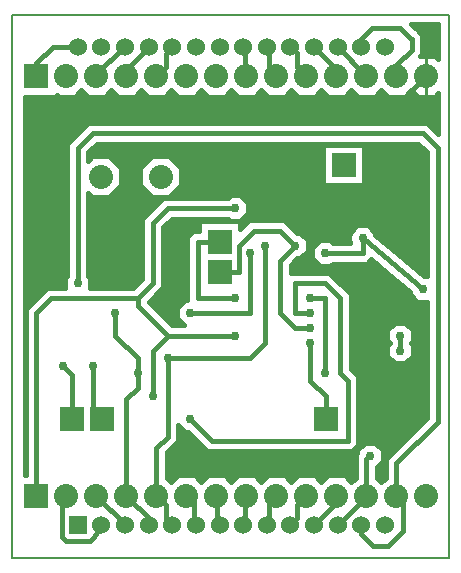
<source format=gbr>
G04 PROTEUS RS274X GERBER FILE*
%FSLAX45Y45*%
%MOMM*%
G01*
%ADD10C,0.381000*%
%ADD11C,0.762000*%
%ADD12C,0.254000*%
%ADD13R,1.524000X1.524000*%
%ADD14C,1.524000*%
%ADD19C,2.032000*%
%ADD20R,2.032000X2.032000*%
%ADD23C,0.203200*%
G36*
X+3605772Y-376306D02*
X+3578789Y-349323D01*
X+3452943Y-349323D01*
X+3470853Y-331413D01*
X+3470853Y-167120D01*
X+3418777Y-115044D01*
X+3414037Y-115044D01*
X+3379003Y-80010D01*
X+3605772Y-80010D01*
X+3605772Y-376306D01*
G37*
G36*
X+3436755Y-692221D02*
X+3578789Y-692221D01*
X+3605772Y-665238D01*
X+3605772Y-1006050D01*
X+3511595Y-911873D01*
X+643949Y-911873D01*
X+464873Y-1090949D01*
X+464873Y-2207008D01*
X+445823Y-2226058D01*
X+445823Y-2308873D01*
X+295949Y-2308873D01*
X+116873Y-2487949D01*
X+116873Y-3899323D01*
X+105772Y-3899323D01*
X+105772Y-692221D01*
X+377221Y-692221D01*
X+377221Y-680687D01*
X+388755Y-692221D01*
X+530789Y-692221D01*
X+586772Y-636238D01*
X+642755Y-692221D01*
X+784789Y-692221D01*
X+840772Y-636238D01*
X+896755Y-692221D01*
X+1038789Y-692221D01*
X+1094772Y-636238D01*
X+1150755Y-692221D01*
X+1292789Y-692221D01*
X+1348772Y-636238D01*
X+1404755Y-692221D01*
X+1546789Y-692221D01*
X+1602772Y-636238D01*
X+1658755Y-692221D01*
X+1800789Y-692221D01*
X+1856772Y-636238D01*
X+1912755Y-692221D01*
X+2054789Y-692221D01*
X+2110772Y-636238D01*
X+2166755Y-692221D01*
X+2308789Y-692221D01*
X+2364772Y-636238D01*
X+2420755Y-692221D01*
X+2562789Y-692221D01*
X+2618772Y-636238D01*
X+2674755Y-692221D01*
X+2816789Y-692221D01*
X+2872772Y-636238D01*
X+2928755Y-692221D01*
X+3070789Y-692221D01*
X+3126772Y-636238D01*
X+3182755Y-692221D01*
X+3324789Y-692221D01*
X+3380772Y-636238D01*
X+3436755Y-692221D01*
G37*
%LPC*%
G36*
X+2442990Y-908872D02*
X+2474554Y-908872D01*
X+2496872Y-886554D01*
X+2496872Y-854990D01*
X+2474554Y-832672D01*
X+2442990Y-832672D01*
X+2420672Y-854990D01*
X+2420672Y-886554D01*
X+2442990Y-908872D01*
G37*
%LPD*%
G36*
X+3512873Y-1164595D02*
X+3512873Y-2212823D01*
X+3488947Y-2212823D01*
X+3267940Y-2026928D01*
X+3074721Y-1861697D01*
X+3074721Y-1845058D01*
X+3011486Y-1781823D01*
X+2922058Y-1781823D01*
X+2858823Y-1845058D01*
X+2858823Y-1854941D01*
X+2855554Y-1851672D01*
X+2823990Y-1851672D01*
X+2801672Y-1873990D01*
X+2801672Y-1905554D01*
X+2823990Y-1927872D01*
X+2855554Y-1927872D01*
X+2858823Y-1924603D01*
X+2858823Y-1927873D01*
X+2713036Y-1927873D01*
X+2693986Y-1908823D01*
X+2604558Y-1908823D01*
X+2541323Y-1972058D01*
X+2541323Y-2061486D01*
X+2604558Y-2124721D01*
X+2693986Y-2124721D01*
X+2713036Y-2105671D01*
X+3003595Y-2105671D01*
X+3038929Y-2070337D01*
X+3173604Y-2183616D01*
X+3366823Y-2348847D01*
X+3366823Y-2365486D01*
X+3430058Y-2428721D01*
X+3512873Y-2428721D01*
X+3512873Y-3409949D01*
X+3164873Y-3757949D01*
X+3164873Y-3917205D01*
X+3126772Y-3955306D01*
X+3088671Y-3917205D01*
X+3088671Y-3825536D01*
X+3138221Y-3775986D01*
X+3138221Y-3686558D01*
X+3074986Y-3623323D01*
X+2985558Y-3623323D01*
X+2922323Y-3686558D01*
X+2922323Y-3713499D01*
X+2910873Y-3724949D01*
X+2910873Y-3917205D01*
X+2872772Y-3955306D01*
X+2816789Y-3899323D01*
X+2674755Y-3899323D01*
X+2618772Y-3955306D01*
X+2562789Y-3899323D01*
X+2420755Y-3899323D01*
X+2364772Y-3955306D01*
X+2308789Y-3899323D01*
X+2166755Y-3899323D01*
X+2110772Y-3955306D01*
X+2054789Y-3899323D01*
X+1912755Y-3899323D01*
X+1856772Y-3955306D01*
X+1800789Y-3899323D01*
X+1658755Y-3899323D01*
X+1602772Y-3955306D01*
X+1546789Y-3899323D01*
X+1404755Y-3899323D01*
X+1348772Y-3955306D01*
X+1310671Y-3917205D01*
X+1310671Y-3704595D01*
X+1404671Y-3610595D01*
X+1404671Y-3471834D01*
X+1461558Y-3528721D01*
X+1488499Y-3528721D01*
X+1652949Y-3693171D01*
X+2876595Y-3693171D01*
X+2928671Y-3641095D01*
X+2928671Y-3059449D01*
X+2865171Y-2995949D01*
X+2865171Y-2360949D01*
X+2686095Y-2181873D01*
X+2358449Y-2181873D01*
X+2357171Y-2183151D01*
X+2357171Y-2117095D01*
X+2413045Y-2061221D01*
X+2439986Y-2061221D01*
X+2503221Y-1997986D01*
X+2503221Y-1908558D01*
X+2439986Y-1845323D01*
X+2413045Y-1845323D01*
X+2305095Y-1737373D01*
X+2006949Y-1737373D01*
X+1927221Y-1817101D01*
X+1927221Y-1749323D01*
X+1584323Y-1749323D01*
X+1584323Y-1831873D01*
X+1532949Y-1831873D01*
X+1480873Y-1883949D01*
X+1480873Y-2416823D01*
X+1461558Y-2416823D01*
X+1398323Y-2480058D01*
X+1398323Y-2569486D01*
X+1455210Y-2626373D01*
X+1352595Y-2626373D01*
X+1155744Y-2429522D01*
X+1277671Y-2307595D01*
X+1277671Y-1799595D01*
X+1352595Y-1724671D01*
X+1823508Y-1724671D01*
X+1842558Y-1743721D01*
X+1931986Y-1743721D01*
X+1995221Y-1680486D01*
X+1995221Y-1591058D01*
X+1931986Y-1527823D01*
X+1842558Y-1527823D01*
X+1823508Y-1546873D01*
X+1278949Y-1546873D01*
X+1099873Y-1725949D01*
X+1099873Y-2233949D01*
X+1024949Y-2308873D01*
X+661721Y-2308873D01*
X+661721Y-2226058D01*
X+642671Y-2207008D01*
X+642671Y-1508137D01*
X+676755Y-1542221D01*
X+818789Y-1542221D01*
X+919221Y-1441789D01*
X+919221Y-1299755D01*
X+818789Y-1199323D01*
X+676755Y-1199323D01*
X+642671Y-1233407D01*
X+642671Y-1164595D01*
X+717595Y-1089671D01*
X+3437949Y-1089671D01*
X+3512873Y-1164595D01*
G37*
%LPC*%
G36*
X+1184755Y-1542221D02*
X+1326789Y-1542221D01*
X+1427221Y-1441789D01*
X+1427221Y-1299755D01*
X+1326789Y-1199323D01*
X+1184755Y-1199323D01*
X+1084323Y-1299755D01*
X+1084323Y-1441789D01*
X+1184755Y-1542221D01*
G37*
G36*
X+2634323Y-1442221D02*
X+2977221Y-1442221D01*
X+2977221Y-1099323D01*
X+2634323Y-1099323D01*
X+2634323Y-1442221D01*
G37*
G36*
X+3392221Y-2670558D02*
X+3392221Y-2759986D01*
X+3373435Y-2778772D01*
X+3392221Y-2797558D01*
X+3392221Y-2886986D01*
X+3328986Y-2950221D01*
X+3239558Y-2950221D01*
X+3176323Y-2886986D01*
X+3176323Y-2797558D01*
X+3195109Y-2778772D01*
X+3176323Y-2759986D01*
X+3176323Y-2670558D01*
X+3239558Y-2607323D01*
X+3328986Y-2607323D01*
X+3392221Y-2670558D01*
G37*
G36*
X+3089990Y-3108872D02*
X+3121554Y-3108872D01*
X+3143872Y-3086554D01*
X+3143872Y-3054990D01*
X+3121554Y-3032672D01*
X+3089990Y-3032672D01*
X+3067672Y-3054990D01*
X+3067672Y-3086554D01*
X+3089990Y-3108872D01*
G37*
G36*
X+1109490Y-1165872D02*
X+1141054Y-1165872D01*
X+1163372Y-1143554D01*
X+1163372Y-1111990D01*
X+1141054Y-1089672D01*
X+1109490Y-1089672D01*
X+1087172Y-1111990D01*
X+1087172Y-1143554D01*
X+1109490Y-1165872D01*
G37*
G36*
X+982490Y-2181872D02*
X+1014054Y-2181872D01*
X+1036372Y-2159554D01*
X+1036372Y-2127990D01*
X+1014054Y-2105672D01*
X+982490Y-2105672D01*
X+960172Y-2127990D01*
X+960172Y-2159554D01*
X+982490Y-2181872D01*
G37*
G36*
X+2506490Y-2181872D02*
X+2538054Y-2181872D01*
X+2560372Y-2159554D01*
X+2560372Y-2127990D01*
X+2538054Y-2105672D01*
X+2506490Y-2105672D01*
X+2484172Y-2127990D01*
X+2484172Y-2159554D01*
X+2506490Y-2181872D01*
G37*
G36*
X+2569990Y-1546872D02*
X+2601554Y-1546872D01*
X+2623872Y-1524554D01*
X+2623872Y-1492990D01*
X+2601554Y-1470672D01*
X+2569990Y-1470672D01*
X+2547672Y-1492990D01*
X+2547672Y-1524554D01*
X+2569990Y-1546872D01*
G37*
%LPD*%
D10*
X+2014272Y-2016772D02*
X+2014272Y-2524772D01*
X+1506272Y-2524772D01*
X+1506272Y-3420772D02*
X+1689772Y-3604272D01*
X+2839772Y-3604272D01*
X+2839772Y-3096272D01*
X+2776272Y-3032772D01*
X+2776272Y-2397772D01*
X+2649272Y-2270772D01*
X+2395272Y-2270772D01*
X+2395272Y-2524772D01*
X+2522272Y-2524772D01*
X+759772Y-3420772D02*
X+680772Y-3341772D01*
X+680772Y-2969272D01*
X+505772Y-3420772D02*
X+505772Y-3048272D01*
X+426772Y-2969272D01*
X+2522272Y-2397772D02*
X+2649272Y-2397772D01*
X+2649272Y-3032772D01*
X+1755772Y-2174772D02*
X+1916772Y-2174772D01*
X+1916772Y-1953272D01*
X+2043772Y-1826272D01*
X+2268272Y-1826272D01*
X+2395272Y-1953272D01*
X+2268272Y-2080272D01*
X+2268272Y-2524772D01*
X+2395272Y-2651772D01*
X+2522272Y-2651772D01*
X+1755772Y-1920772D02*
X+1569772Y-1920772D01*
X+1569772Y-2397772D01*
X+1887272Y-2397772D01*
X+2522272Y-2778772D02*
X+2522272Y-3096272D01*
X+2655772Y-3229772D01*
X+2655772Y-3420772D01*
X+2649272Y-2016772D02*
X+2966772Y-2016772D01*
X+2966772Y-1889772D01*
X+205772Y-4070772D02*
X+205772Y-2524772D01*
X+332772Y-2397772D01*
X+1061772Y-2397772D01*
X+1315772Y-2715272D02*
X+1188772Y-2842272D01*
X+1188772Y-3223272D01*
X+1061772Y-2397772D02*
X+1061772Y-2461272D01*
X+1315772Y-2715272D01*
X+1887272Y-2715272D01*
X+1887272Y-1635772D02*
X+1315772Y-1635772D01*
X+1188772Y-1762772D01*
X+1188772Y-2270772D01*
X+1061772Y-2397772D01*
X+2155772Y-4320772D02*
X+2174822Y-4301722D01*
X+2174822Y-4133722D01*
X+2237772Y-4070772D01*
X+2355772Y-4320772D02*
X+2412922Y-4263622D01*
X+2412922Y-4149622D01*
X+2491772Y-4070772D01*
X+2555772Y-4320772D02*
X+2745772Y-4130772D01*
X+2745772Y-4070772D01*
X+2355772Y-270772D02*
X+2409222Y-324222D01*
X+2409222Y-438222D01*
X+2491772Y-520772D01*
X+2155772Y-270772D02*
X+2174822Y-289822D01*
X+2174822Y-457822D01*
X+2237772Y-520772D01*
X+1955772Y-270772D02*
X+1974822Y-289822D01*
X+1974822Y-511822D01*
X+1983772Y-520772D01*
X+967772Y-4070772D02*
X+967772Y-3253772D01*
X+1061772Y-3159772D01*
X+1061772Y-3032772D02*
X+1061772Y-3159772D01*
X+1061772Y-2905772D02*
X+1061772Y-3032772D01*
X+967772Y-4070772D02*
X+1165411Y-4268411D01*
X+1165411Y-4285250D01*
X+1155772Y-4320772D01*
X+871272Y-2524772D02*
X+871272Y-2715272D01*
X+1061772Y-2905772D01*
X+1221772Y-4070772D02*
X+1221772Y-3667772D01*
X+1315772Y-3573772D01*
X+1315772Y-2905772D01*
X+2014272Y-2905772D01*
X+2141272Y-2778772D01*
X+2141272Y-1953272D01*
X+1221772Y-4070772D02*
X+1304322Y-4153322D01*
X+1304322Y-4269322D01*
X+1355772Y-4320772D01*
X+3284272Y-2715272D02*
X+3284272Y-2842272D01*
X+2755772Y-270772D02*
X+2999772Y-514772D01*
X+2999772Y-520772D01*
X+955772Y-4320772D02*
X+955772Y-4312772D01*
X+713772Y-4070772D01*
X+2585772Y-1508772D02*
X+2204772Y-1127772D01*
X+1125272Y-1127772D01*
X+2839772Y-1889772D02*
X+2839772Y-1762772D01*
X+2585772Y-1508772D01*
X+2522272Y-2143772D02*
X+2522272Y-1889772D01*
X+2839772Y-1889772D01*
X+998272Y-2143772D02*
X+998272Y-1254772D01*
X+1125272Y-1127772D01*
X+1955772Y-4320772D02*
X+1974822Y-4301722D01*
X+1974822Y-4079722D01*
X+1983772Y-4070772D01*
X+1555772Y-4320772D02*
X+1536722Y-4301722D01*
X+1536722Y-4131722D01*
X+1475772Y-4070772D01*
X+1755772Y-4320772D02*
X+1736722Y-4301722D01*
X+1736722Y-4077722D01*
X+1729772Y-4070772D01*
X+3253772Y-4070772D02*
X+3253772Y-3794772D01*
X+3601772Y-3446772D01*
X+3601772Y-1127772D01*
X+3474772Y-1000772D01*
X+680772Y-1000772D01*
X+553772Y-1127772D01*
X+553772Y-2270772D01*
X+2999772Y-4070772D02*
X+2999772Y-3761772D01*
X+3030272Y-3731272D01*
X+2999772Y-4070772D02*
X+2986057Y-4098408D01*
X+2978136Y-4098408D01*
X+2755772Y-4320772D01*
X+1221772Y-520772D02*
X+1298622Y-443922D01*
X+1298622Y-327922D01*
X+1355772Y-270772D01*
X+2555772Y-270772D02*
X+2745772Y-460772D01*
X+2745772Y-520772D01*
X+955772Y-270772D02*
X+944292Y-270772D01*
X+713772Y-501292D01*
X+713772Y-520772D01*
X+1155772Y-270772D02*
X+968521Y-458023D01*
X+968521Y-551455D01*
X+967772Y-520772D01*
X+2522272Y-2143772D02*
X+2776272Y-2143772D01*
X+2903272Y-2270772D01*
X+2903272Y-2842272D01*
X+3030272Y-2969272D01*
X+3105772Y-3070772D01*
X+3474772Y-2320772D02*
X+2966772Y-1889772D01*
X+3507772Y-520772D02*
X+3157772Y-870772D01*
X+2458772Y-870772D01*
X+2955772Y-270772D02*
X+2955772Y-203633D01*
X+2961780Y-197625D01*
X+3048657Y-110748D01*
X+3284019Y-110748D01*
X+3377214Y-203943D01*
X+3381954Y-203943D01*
X+3381954Y-294590D01*
X+3257372Y-419172D01*
X+3253772Y-520772D01*
X+205772Y-520772D02*
X+205772Y-411508D01*
X+345899Y-271381D01*
X+555163Y-271381D01*
X+555772Y-270772D01*
X+2955772Y-4320772D02*
X+2955772Y-4393272D01*
X+3055772Y-4493272D01*
X+3183923Y-4493272D01*
X+3253772Y-4070772D02*
X+3310923Y-4127923D01*
X+3310923Y-4366272D01*
X+3183923Y-4493272D01*
X+755772Y-4320772D02*
X+689122Y-4420644D01*
X+655644Y-4454122D01*
X+455900Y-4454122D01*
X+422422Y-4420644D01*
X+422422Y-4108122D01*
X+459772Y-4070772D01*
D11*
X+1506272Y-2524772D03*
X+2014272Y-2016772D03*
X+2522272Y-2524772D03*
X+680772Y-2969272D03*
X+1506272Y-3420772D03*
X+426772Y-2969272D03*
X+2649272Y-3032772D03*
X+2522272Y-2397772D03*
X+2522272Y-2651772D03*
X+2395272Y-1953272D03*
X+1887272Y-2397772D03*
X+2522272Y-2778772D03*
X+2649272Y-2016772D03*
X+1188772Y-3223272D03*
X+1887272Y-2715272D03*
X+1887272Y-1635772D03*
X+1061772Y-3032772D03*
X+871272Y-2524772D03*
X+2141272Y-1953272D03*
X+1315772Y-2905772D03*
X+3284272Y-2842272D03*
X+3284272Y-2715272D03*
X+3105772Y-3070772D03*
X+1125272Y-1127772D03*
X+998272Y-2143772D03*
X+2839772Y-1889772D03*
X+553772Y-2270772D03*
X+3030272Y-3731272D03*
X+2522272Y-2143772D03*
X+3474772Y-2320772D03*
X+2966772Y-1889772D03*
X+2458772Y-870772D03*
X+2585772Y-1508772D03*
D10*
X+3605772Y-376306D02*
X+3578789Y-349323D01*
X+3452943Y-349323D01*
X+3470853Y-331413D01*
X+3470853Y-167120D01*
X+3418777Y-115044D01*
X+3414037Y-115044D01*
X+3379003Y-80010D01*
X+3605772Y-80010D01*
X+3605772Y-376306D01*
X+3436755Y-692221D02*
X+3578789Y-692221D01*
X+3605772Y-665238D01*
X+3605772Y-1006050D01*
X+3511595Y-911873D01*
X+643949Y-911873D01*
X+464873Y-1090949D01*
X+464873Y-2207008D01*
X+445823Y-2226058D01*
X+445823Y-2308873D01*
X+295949Y-2308873D01*
X+116873Y-2487949D01*
X+116873Y-3899323D01*
X+105772Y-3899323D01*
X+105772Y-692221D01*
X+377221Y-692221D01*
X+377221Y-680687D01*
X+388755Y-692221D01*
X+530789Y-692221D01*
X+586772Y-636238D01*
X+642755Y-692221D01*
X+784789Y-692221D01*
X+840772Y-636238D01*
X+896755Y-692221D01*
X+1038789Y-692221D01*
X+1094772Y-636238D01*
X+1150755Y-692221D01*
X+1292789Y-692221D01*
X+1348772Y-636238D01*
X+1404755Y-692221D01*
X+1546789Y-692221D01*
X+1602772Y-636238D01*
X+1658755Y-692221D01*
X+1800789Y-692221D01*
X+1856772Y-636238D01*
X+1912755Y-692221D01*
X+2054789Y-692221D01*
X+2110772Y-636238D01*
X+2166755Y-692221D01*
X+2308789Y-692221D01*
X+2364772Y-636238D01*
X+2420755Y-692221D01*
X+2562789Y-692221D01*
X+2618772Y-636238D01*
X+2674755Y-692221D01*
X+2816789Y-692221D01*
X+2872772Y-636238D01*
X+2928755Y-692221D01*
X+3070789Y-692221D01*
X+3126772Y-636238D01*
X+3182755Y-692221D01*
X+3324789Y-692221D01*
X+3380772Y-636238D01*
X+3436755Y-692221D01*
X+2442990Y-908872D02*
X+2474554Y-908872D01*
X+2496872Y-886554D01*
X+2496872Y-854990D01*
X+2474554Y-832672D01*
X+2442990Y-832672D01*
X+2420672Y-854990D01*
X+2420672Y-886554D01*
X+2442990Y-908872D01*
X+3512873Y-1164595D02*
X+3512873Y-2212823D01*
X+3488947Y-2212823D01*
X+3267940Y-2026928D01*
X+3074721Y-1861697D01*
X+3074721Y-1845058D01*
X+3011486Y-1781823D01*
X+2922058Y-1781823D01*
X+2858823Y-1845058D01*
X+2858823Y-1854941D01*
X+2855554Y-1851672D01*
X+2823990Y-1851672D01*
X+2801672Y-1873990D01*
X+2801672Y-1905554D01*
X+2823990Y-1927872D01*
X+2855554Y-1927872D01*
X+2858823Y-1924603D01*
X+2858823Y-1927873D01*
X+2713036Y-1927873D01*
X+2693986Y-1908823D01*
X+2604558Y-1908823D01*
X+2541323Y-1972058D01*
X+2541323Y-2061486D01*
X+2604558Y-2124721D01*
X+2693986Y-2124721D01*
X+2713036Y-2105671D01*
X+3003595Y-2105671D01*
X+3038929Y-2070337D01*
X+3173604Y-2183616D01*
X+3366823Y-2348847D01*
X+3366823Y-2365486D01*
X+3430058Y-2428721D01*
X+3512873Y-2428721D01*
X+3512873Y-3409949D01*
X+3164873Y-3757949D01*
X+3164873Y-3917205D01*
X+3126772Y-3955306D01*
X+3088671Y-3917205D01*
X+3088671Y-3825536D01*
X+3138221Y-3775986D01*
X+3138221Y-3686558D01*
X+3074986Y-3623323D01*
X+2985558Y-3623323D01*
X+2922323Y-3686558D01*
X+2922323Y-3713499D01*
X+2910873Y-3724949D01*
X+2910873Y-3917205D01*
X+2872772Y-3955306D01*
X+2816789Y-3899323D01*
X+2674755Y-3899323D01*
X+2618772Y-3955306D01*
X+2562789Y-3899323D01*
X+2420755Y-3899323D01*
X+2364772Y-3955306D01*
X+2308789Y-3899323D01*
X+2166755Y-3899323D01*
X+2110772Y-3955306D01*
X+2054789Y-3899323D01*
X+1912755Y-3899323D01*
X+1856772Y-3955306D01*
X+1800789Y-3899323D01*
X+1658755Y-3899323D01*
X+1602772Y-3955306D01*
X+1546789Y-3899323D01*
X+1404755Y-3899323D01*
X+1348772Y-3955306D01*
X+1310671Y-3917205D01*
X+1310671Y-3704595D01*
X+1404671Y-3610595D01*
X+1404671Y-3471834D01*
X+1461558Y-3528721D01*
X+1488499Y-3528721D01*
X+1652949Y-3693171D01*
X+2876595Y-3693171D01*
X+2928671Y-3641095D01*
X+2928671Y-3059449D01*
X+2865171Y-2995949D01*
X+2865171Y-2360949D01*
X+2686095Y-2181873D01*
X+2358449Y-2181873D01*
X+2357171Y-2183151D01*
X+2357171Y-2117095D01*
X+2413045Y-2061221D01*
X+2439986Y-2061221D01*
X+2503221Y-1997986D01*
X+2503221Y-1908558D01*
X+2439986Y-1845323D01*
X+2413045Y-1845323D01*
X+2305095Y-1737373D01*
X+2006949Y-1737373D01*
X+1927221Y-1817101D01*
X+1927221Y-1749323D01*
X+1584323Y-1749323D01*
X+1584323Y-1831873D01*
X+1532949Y-1831873D01*
X+1480873Y-1883949D01*
X+1480873Y-2416823D01*
X+1461558Y-2416823D01*
X+1398323Y-2480058D01*
X+1398323Y-2569486D01*
X+1455210Y-2626373D01*
X+1352595Y-2626373D01*
X+1155744Y-2429522D01*
X+1277671Y-2307595D01*
X+1277671Y-1799595D01*
X+1352595Y-1724671D01*
X+1823508Y-1724671D01*
X+1842558Y-1743721D01*
X+1931986Y-1743721D01*
X+1995221Y-1680486D01*
X+1995221Y-1591058D01*
X+1931986Y-1527823D01*
X+1842558Y-1527823D01*
X+1823508Y-1546873D01*
X+1278949Y-1546873D01*
X+1099873Y-1725949D01*
X+1099873Y-2233949D01*
X+1024949Y-2308873D01*
X+661721Y-2308873D01*
X+661721Y-2226058D01*
X+642671Y-2207008D01*
X+642671Y-1508137D01*
X+676755Y-1542221D01*
X+818789Y-1542221D01*
X+919221Y-1441789D01*
X+919221Y-1299755D01*
X+818789Y-1199323D01*
X+676755Y-1199323D01*
X+642671Y-1233407D01*
X+642671Y-1164595D01*
X+717595Y-1089671D01*
X+3437949Y-1089671D01*
X+3512873Y-1164595D01*
X+1184755Y-1542221D02*
X+1326789Y-1542221D01*
X+1427221Y-1441789D01*
X+1427221Y-1299755D01*
X+1326789Y-1199323D01*
X+1184755Y-1199323D01*
X+1084323Y-1299755D01*
X+1084323Y-1441789D01*
X+1184755Y-1542221D01*
X+2634323Y-1442221D02*
X+2977221Y-1442221D01*
X+2977221Y-1099323D01*
X+2634323Y-1099323D01*
X+2634323Y-1442221D01*
X+3392221Y-2670558D02*
X+3392221Y-2759986D01*
X+3373435Y-2778772D01*
X+3392221Y-2797558D01*
X+3392221Y-2886986D01*
X+3328986Y-2950221D01*
X+3239558Y-2950221D01*
X+3176323Y-2886986D01*
X+3176323Y-2797558D01*
X+3195109Y-2778772D01*
X+3176323Y-2759986D01*
X+3176323Y-2670558D01*
X+3239558Y-2607323D01*
X+3328986Y-2607323D01*
X+3392221Y-2670558D01*
X+3089990Y-3108872D02*
X+3121554Y-3108872D01*
X+3143872Y-3086554D01*
X+3143872Y-3054990D01*
X+3121554Y-3032672D01*
X+3089990Y-3032672D01*
X+3067672Y-3054990D01*
X+3067672Y-3086554D01*
X+3089990Y-3108872D01*
X+1109490Y-1165872D02*
X+1141054Y-1165872D01*
X+1163372Y-1143554D01*
X+1163372Y-1111990D01*
X+1141054Y-1089672D01*
X+1109490Y-1089672D01*
X+1087172Y-1111990D01*
X+1087172Y-1143554D01*
X+1109490Y-1165872D01*
X+982490Y-2181872D02*
X+1014054Y-2181872D01*
X+1036372Y-2159554D01*
X+1036372Y-2127990D01*
X+1014054Y-2105672D01*
X+982490Y-2105672D01*
X+960172Y-2127990D01*
X+960172Y-2159554D01*
X+982490Y-2181872D01*
X+2506490Y-2181872D02*
X+2538054Y-2181872D01*
X+2560372Y-2159554D01*
X+2560372Y-2127990D01*
X+2538054Y-2105672D01*
X+2506490Y-2105672D01*
X+2484172Y-2127990D01*
X+2484172Y-2159554D01*
X+2506490Y-2181872D01*
X+2569990Y-1546872D02*
X+2601554Y-1546872D01*
X+2623872Y-1524554D01*
X+2623872Y-1492990D01*
X+2601554Y-1470672D01*
X+2569990Y-1470672D01*
X+2547672Y-1492990D01*
X+2547672Y-1524554D01*
X+2569990Y-1546872D01*
D12*
X+3507772Y-692221D02*
X+3507772Y-520772D01*
X+3507772Y-349323D02*
X+3507772Y-520772D01*
D13*
X+555772Y-4320772D03*
D14*
X+555772Y-270772D03*
X+755772Y-4320772D03*
X+755772Y-270772D03*
X+955772Y-4320772D03*
X+955772Y-270772D03*
X+1155772Y-4320772D03*
X+1155772Y-270772D03*
X+1355772Y-4320772D03*
X+1355772Y-270772D03*
X+1555772Y-4320772D03*
X+1555772Y-270772D03*
X+1755772Y-4320772D03*
X+1755772Y-270772D03*
X+1955772Y-4320772D03*
X+1955772Y-270772D03*
X+2155772Y-4320772D03*
X+2155772Y-270772D03*
X+2355772Y-4320772D03*
X+2355772Y-270772D03*
X+2555772Y-4320772D03*
X+2555772Y-270772D03*
X+2755772Y-4320772D03*
X+2755772Y-270772D03*
X+2955772Y-4320772D03*
X+2955772Y-270772D03*
X+3155772Y-4320772D03*
X+3155772Y-270772D03*
D19*
X+747772Y-1370772D03*
X+1255772Y-1370772D03*
D20*
X+2805772Y-1270772D03*
X+2655772Y-3420772D03*
X+205772Y-520772D03*
D19*
X+459772Y-520772D03*
X+713772Y-520772D03*
X+967772Y-520772D03*
X+1221772Y-520772D03*
X+1475772Y-520772D03*
X+1729772Y-520772D03*
X+1983772Y-520772D03*
X+2237772Y-520772D03*
X+2491772Y-520772D03*
X+2745772Y-520772D03*
X+2999772Y-520772D03*
X+3253772Y-520772D03*
X+3507772Y-520772D03*
D20*
X+205772Y-4070772D03*
D19*
X+459772Y-4070772D03*
X+713772Y-4070772D03*
X+967772Y-4070772D03*
X+1221772Y-4070772D03*
X+1475772Y-4070772D03*
X+1729772Y-4070772D03*
X+1983772Y-4070772D03*
X+2237772Y-4070772D03*
X+2491772Y-4070772D03*
X+2745772Y-4070772D03*
X+2999772Y-4070772D03*
X+3253772Y-4070772D03*
X+3507772Y-4070772D03*
D20*
X+505772Y-3420772D03*
X+759772Y-3420772D03*
X+1755772Y-1920772D03*
X+1755772Y-2174772D03*
D23*
X+0Y-4600000D02*
X+3700000Y-4600000D01*
X+3700000Y+0D01*
X+0Y+0D01*
X+0Y-4600000D01*
M02*

</source>
